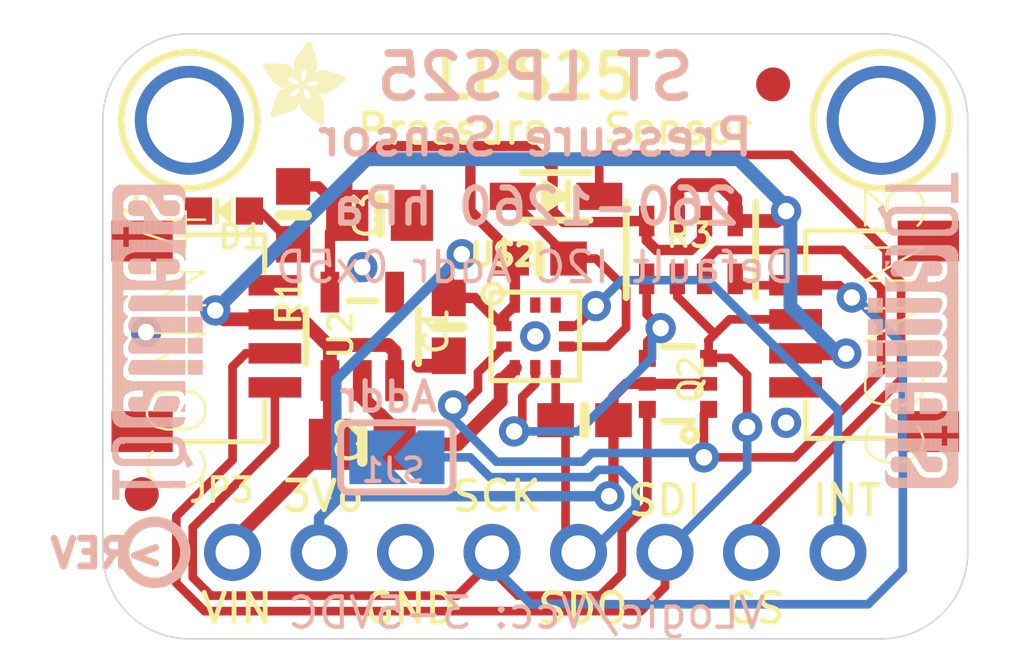
<source format=kicad_pcb>
(kicad_pcb (version 20211014) (generator pcbnew)
  (layers (0 "F.Cu" signal) (31 "B.Cu" signal) (34 "B.Paste" user) (35 "F.Paste" user) (36 "B.SilkS" user "B.Silkscreen") (37 "F.SilkS" user "F.Silkscreen") (38 "B.Mask" user) (39 "F.Mask" user) (44 "Edge.Cuts" user))
  (net 0 "")
  (net 1 "GND")
  (net 2 "3.3V")
  (net 3 "INT")
  (net 4 "VCC")
  (net 5 "N$1")
  (net 6 "SDI_3V")
  (net 7 "SCK_3V")
  (net 8 "CS_3V")
  (net 9 "SDO/ADR")
  (net 10 "SDI/SDA")
  (net 11 "SCK/SCL")
  (net 12 "CS")
  (footprint "boardEagle:CHIPLED_0603_NOOUTLINE" (layer "F.Cu") (at 139.3571 101.3206 90)
    (fp_text reference "D1" (at -0.762 1.27) (layer "F.SilkS") (effects (font (size 0.692831 0.692831) (thickness 0.119969)) (justify right)))
    (fp_text value "GREEN")
    (pad "A" smd rect (at 0 0.75 90) (size 0.8 0.8) (layers "F.Cu" "F.Paste" "F.Mask") (net 5 "N$1"))
    (pad "C" smd rect (at 0 -0.75 90) (size 0.8 0.8) (layers "F.Cu" "F.Paste" "F.Mask") (net 1 "GND"))
  )
  (footprint "boardEagle:0805-NO" (layer "F.Cu") (at 143.4211 108.1786)
    (fp_text reference "C2" (at -0.381 -0.889 90) (layer "F.SilkS") (effects (font (size 0.692831 0.692831) (thickness 0.119969)) (justify right)))
    (fp_text value "10uF")
    (pad "1" smd rect (at -0.95 0) (size 1.24 1.5) (layers "F.Cu" "F.Paste" "F.Mask") (net 4 "VCC"))
    (pad "2" smd rect (at 0.95 0) (size 1.24 1.5) (layers "F.Cu" "F.Paste" "F.Mask") (net 1 "GND"))
  )
  (footprint "boardEagle:FIDUCIAL_1MM" (layer "F.Cu") (at 155.4861 97.5995)
    (fp_text reference "FID4" hide)
    (fp_text value "FIDUCIAL_1MM" hide)
    (pad "1" smd roundrect (at 0 0) (size 1 1) (layers "F.Cu" "F.Mask") (roundrect_rratio 0.5))
  )
  (footprint "boardEagle:0805-NO" (layer "F.Cu") (at 143.9291 101.4476)
    (fp_text reference "C3" (at -0.381 -0.762 90) (layer "F.SilkS") (effects (font (size 0.692831 0.692831) (thickness 0.119969)) (justify right)))
    (fp_text value "10uF")
    (pad "1" smd rect (at -0.95 0) (size 1.24 1.5) (layers "F.Cu" "F.Paste" "F.Mask") (net 2 "3.3V"))
    (pad "2" smd rect (at 0.95 0) (size 1.24 1.5) (layers "F.Cu" "F.Paste" "F.Mask") (net 1 "GND"))
  )
  (footprint "boardEagle:0603-NO" (layer "F.Cu") (at 149.9489 107.4674)
    (fp_text reference "R4" hide)
    (fp_text value "10K")
    (pad "1" smd rect (at -0.85 0) (size 1.075 1) (layers "F.Cu" "F.Paste" "F.Mask") (net 9 "SDO/ADR"))
    (pad "2" smd rect (at 0.85 0) (size 1.075 1) (layers "F.Cu" "F.Paste" "F.Mask") (net 2 "3.3V"))
  )
  (footprint "boardEagle:FIDUCIAL_1MM" (layer "F.Cu") (at 136.9441 109.6391)
    (fp_text reference "FID3" hide)
    (fp_text value "FIDUCIAL_1MM" hide)
    (pad "1" smd roundrect (at 0 0) (size 1 1) (layers "F.Cu" "F.Mask") (roundrect_rratio 0.5))
  )
  (footprint "boardEagle:0603-NO" (layer "F.Cu") (at 148.6281 102.7176 180)
    (fp_text reference "R5" hide)
    (fp_text value "10K")
    (pad "1" smd rect (at -0.85 0 180) (size 1.075 1) (layers "F.Cu" "F.Paste" "F.Mask") (net 8 "CS_3V"))
    (pad "2" smd rect (at 0.85 0 180) (size 1.075 1) (layers "F.Cu" "F.Paste" "F.Mask") (net 2 "3.3V"))
  )
  (footprint "boardEagle:0603-NO" (layer "F.Cu") (at 141.3891 101.4476 -90)
    (fp_text reference "R1" (at 1.778 0.127 90) (layer "F.SilkS") (effects (font (size 0.692831 0.692831) (thickness 0.119969)) (justify right)))
    (fp_text value "10K")
    (pad "1" smd rect (at -0.85 0 270) (size 1.075 1) (layers "F.Cu" "F.Paste" "F.Mask") (net 2 "3.3V"))
    (pad "2" smd rect (at 0.85 0 270) (size 1.075 1) (layers "F.Cu" "F.Paste" "F.Mask") (net 5 "N$1"))
  )
  (footprint "boardEagle:JST_SH4" (layer "F.Cu") (at 158.6611 105.0036 90)
    (fp_text reference "CONN3" (at -4.092 0.45 90) (layer "F.SilkS") (effects (font (size 1.703222 1.703222) (thickness 0.074778)) (justify left)))
    (fp_text value "STEMMA_I2C_QT" hide)
    (pad "1" smd rect (at -1.5 -2.514 180) (size 1.55 0.6) (layers "F.Cu" "F.Paste" "F.Mask") (net 1 "GND"))
    (pad "2" smd rect (at -0.5 -2.514 180) (size 1.55 0.6) (layers "F.Cu" "F.Paste" "F.Mask") (net 4 "VCC"))
    (pad "3" smd rect (at 0.5 -2.514 180) (size 1.55 0.6) (layers "F.Cu" "F.Paste" "F.Mask") (net 10 "SDI/SDA"))
    (pad "4" smd rect (at 1.5 -2.514 180) (size 1.55 0.6) (layers "F.Cu" "F.Paste" "F.Mask") (net 11 "SCK/SCL"))
    (pad "MT1" smd rect (at -2.8 1.386 180) (size 1.8 1.2) (layers "F.Cu" "F.Paste" "F.Mask"))
    (pad "MT2" smd rect (at 2.8 1.386 180) (size 1.8 1.2) (layers "F.Cu" "F.Paste" "F.Mask"))
  )
  (footprint "boardEagle:0603-NO" (layer "F.Cu") (at 145.9611 104.7242 -90)
    (fp_text reference "C1" (at -0.635 0.381 90) (layer "F.SilkS") (effects (font (size 0.692831 0.692831) (thickness 0.119969)) (justify right)))
    (fp_text value "0.1uF")
    (pad "1" smd rect (at -0.85 0 270) (size 1.075 1) (layers "F.Cu" "F.Paste" "F.Mask") (net 2 "3.3V"))
    (pad "2" smd rect (at 0.85 0 270) (size 1.075 1) (layers "F.Cu" "F.Paste" "F.Mask") (net 1 "GND"))
  )
  (footprint "boardEagle:SOD-323" (layer "F.Cu") (at 149.1107 100.8888 180)
    (fp_text reference "D2" hide)
    (fp_text value "1N4148")
    (pad "A" smd rect (at 1.27 0 180) (size 1.35 0.8) (layers "F.Cu" "F.Paste" "F.Mask") (net 8 "CS_3V"))
    (pad "C" smd rect (at -1.27 0 180) (size 1.35 0.8) (layers "F.Cu" "F.Paste" "F.Mask") (net 12 "CS"))
  )
  (footprint "boardEagle:ADAFRUIT_2.5MM" (layer "F.Cu") (at 140.5001 98.7806)
    (fp_text reference "U$4" hide)
    (fp_text value "" hide)
  )
  (footprint "boardEagle:1X08_ROUND" (layer "F.Cu") (at 148.5011 111.3536)
    (fp_text reference "JP3" (at -10.2362 -1.8288) (layer "F.SilkS") (effects (font (size 0.692831 0.692831) (thickness 0.119969)) (justify left)))
    (fp_text value "")
    (pad "1" thru_hole circle (at -8.89 0 90) (size 1.6764 1.6764) (drill 1) (layers *.Cu *.Mask) (net 4 "VCC"))
    (pad "2" thru_hole circle (at -6.35 0 90) (size 1.6764 1.6764) (drill 1) (layers *.Cu *.Mask) (net 2 "3.3V"))
    (pad "3" thru_hole circle (at -3.81 0 90) (size 1.6764 1.6764) (drill 1) (layers *.Cu *.Mask) (net 1 "GND"))
    (pad "4" thru_hole circle (at -1.27 0 90) (size 1.6764 1.6764) (drill 1) (layers *.Cu *.Mask) (net 11 "SCK/SCL"))
    (pad "5" thru_hole circle (at 1.27 0 90) (size 1.6764 1.6764) (drill 1) (layers *.Cu *.Mask) (net 9 "SDO/ADR"))
    (pad "6" thru_hole circle (at 3.81 0 90) (size 1.6764 1.6764) (drill 1) (layers *.Cu *.Mask) (net 10 "SDI/SDA"))
    (pad "7" thru_hole circle (at 6.35 0 90) (size 1.6764 1.6764) (drill 1) (layers *.Cu *.Mask) (net 12 "CS"))
    (pad "8" thru_hole circle (at 8.89 0 90) (size 1.6764 1.6764) (drill 1) (layers *.Cu *.Mask) (net 3 "INT"))
  )
  (footprint "boardEagle:SOT363" (layer "F.Cu") (at 152.6921 106.4006 90)
    (fp_text reference "Q2" (at -0.635 0.381 90) (layer "F.SilkS") (effects (font (size 0.692831 0.692831) (thickness 0.119969)) (justify left)))
    (fp_text value "BSS138")
    (pad "1" smd rect (at -0.75 0.9 90) (size 0.5 0.5) (layers "F.Cu" "F.Paste" "F.Mask") (net 7 "SCK_3V"))
    (pad "2" smd rect (at 0 0.9 90) (size 0.4 0.5) (layers "F.Cu" "F.Paste" "F.Mask") (net 2 "3.3V"))
    (pad "3" smd rect (at 0.75 0.9 90) (size 0.5 0.5) (layers "F.Cu" "F.Paste" "F.Mask") (net 10 "SDI/SDA"))
    (pad "4" smd rect (at 0.75 -0.9 90) (size 0.5 0.5) (layers "F.Cu" "F.Paste" "F.Mask") (net 6 "SDI_3V"))
    (pad "5" smd rect (at 0 -0.9 90) (size 0.4 0.5) (layers "F.Cu" "F.Paste" "F.Mask") (net 2 "3.3V"))
    (pad "6" smd rect (at -0.75 -0.9 90) (size 0.5 0.5) (layers "F.Cu" "F.Paste" "F.Mask") (net 11 "SCK/SCL"))
  )
  (footprint "boardEagle:RESPACK_4X0603" (layer "F.Cu") (at 153.0731 102.4636 180)
    (fp_text reference "R3" (at -0.711 0.432) (layer "F.SilkS") (effects (font (size 0.692831 0.692831) (thickness 0.119969)) (justify right)))
    (fp_text value "10K")
    (pad "1" smd rect (at -1.3 0.85 180) (size 0.45 0.9) (layers "F.Cu" "F.Paste" "F.Mask") (net 4 "VCC"))
    (pad "2" smd rect (at -0.4 0.85 180) (size 0.45 0.9) (layers "F.Cu" "F.Paste" "F.Mask") (net 2 "3.3V"))
    (pad "3" smd rect (at 0.4 0.85 180) (size 0.45 0.9) (layers "F.Cu" "F.Paste" "F.Mask") (net 4 "VCC"))
    (pad "4" smd rect (at 1.3 0.85 180) (size 0.45 0.9) (layers "F.Cu" "F.Paste" "F.Mask") (net 2 "3.3V"))
    (pad "5" smd rect (at 1.3 -0.85 180) (size 0.45 0.9) (layers "F.Cu" "F.Paste" "F.Mask") (net 6 "SDI_3V"))
    (pad "6" smd rect (at 0.4 -0.85 180) (size 0.45 0.9) (layers "F.Cu" "F.Paste" "F.Mask") (net 10 "SDI/SDA"))
    (pad "7" smd rect (at -0.4 -0.85 180) (size 0.45 0.9) (layers "F.Cu" "F.Paste" "F.Mask") (net 7 "SCK_3V"))
    (pad "8" smd rect (at -1.3 -0.85 180) (size 0.45 0.9) (layers "F.Cu" "F.Paste" "F.Mask") (net 11 "SCK/SCL"))
  )
  (footprint "boardEagle:JST_SH4" (layer "F.Cu") (at 138.3411 105.0036 -90)
    (fp_text reference "CONN4" (at -3.965 0.323 90) (layer "F.SilkS") (effects (font (size 1.703222 1.703222) (thickness 0.074778)) (justify right)))
    (fp_text value "STEMMA_I2C_QT" hide)
    (pad "1" smd rect (at -1.5 -2.514) (size 1.55 0.6) (layers "F.Cu" "F.Paste" "F.Mask") (net 1 "GND"))
    (pad "2" smd rect (at -0.5 -2.514) (size 1.55 0.6) (layers "F.Cu" "F.Paste" "F.Mask") (net 4 "VCC"))
    (pad "3" smd rect (at 0.5 -2.514) (size 1.55 0.6) (layers "F.Cu" "F.Paste" "F.Mask") (net 10 "SDI/SDA"))
    (pad "4" smd rect (at 1.5 -2.514) (size 1.55 0.6) (layers "F.Cu" "F.Paste" "F.Mask") (net 11 "SCK/SCL"))
    (pad "MT1" smd rect (at -2.8 1.386) (size 1.8 1.2) (layers "F.Cu" "F.Paste" "F.Mask"))
    (pad "MT2" smd rect (at 2.8 1.386) (size 1.8 1.2) (layers "F.Cu" "F.Paste" "F.Mask"))
  )
  (footprint "boardEagle:HLGA-10L" (layer "F.Cu") (at 148.5011 105.0036)
    (fp_text reference "U$2" (at -2.002132 -2.40255) (layer "F.SilkS") (effects (font (size 0.64455 0.64455) (thickness 0.16825)) (justify left)))
    (fp_text value "LPS2X_LPS25" hide)
    (pad "1" smd rect (at -0.92 -0.3 90) (size 0.3 0.45) (layers "F.Cu" "F.Paste" "F.Mask") (net 2 "3.3V"))
    (pad "2" smd rect (at -0.92 0.3 90) (size 0.3 0.45) (layers "F.Cu" "F.Paste" "F.Mask") (net 7 "SCK_3V"))
    (pad "3" smd rect (at -0.6 0.92 180) (size 0.3 0.45) (layers "F.Cu" "F.Paste" "F.Mask") (net 1 "GND"))
    (pad "4" smd rect (at 0 0.92 180) (size 0.3 0.45) (layers "F.Cu" "F.Paste" "F.Mask") (net 6 "SDI_3V"))
    (pad "5" smd rect (at 0.6 0.92 180) (size 0.3 0.45) (layers "F.Cu" "F.Paste" "F.Mask") (net 9 "SDO/ADR"))
    (pad "6" smd rect (at 0.92 0.3 90) (size 0.3 0.45) (layers "F.Cu" "F.Paste" "F.Mask") (net 8 "CS_3V"))
    (pad "7" smd rect (at 0.92 -0.3 90) (size 0.3 0.45) (layers "F.Cu" "F.Paste" "F.Mask") (net 3 "INT"))
    (pad "8" smd rect (at 0.6 -0.92) (size 0.3 0.45) (layers "F.Cu" "F.Paste" "F.Mask") (net 1 "GND"))
    (pad "9" smd rect (at 0 -0.92) (size 0.3 0.45) (layers "F.Cu" "F.Paste" "F.Mask") (net 1 "GND"))
    (pad "10" smd rect (at -0.6 -0.92) (size 0.3 0.45) (layers "F.Cu" "F.Paste" "F.Mask") (net 2 "3.3V"))
  )
  (footprint "boardEagle:MOUNTINGHOLE_2.5_PLATED" (layer "F.Cu") (at 138.3411 98.6536)
    (fp_text reference "U$1" hide)
    (fp_text value "MOUNTINGHOLE2.5" hide)
    (pad "P$1" thru_hole circle (at 0 0) (size 3.2 3.2) (drill 2.5) (layers *.Cu *.Mask))
  )
  (footprint "boardEagle:SOT23-5" (layer "F.Cu") (at 143.4211 105.0036)
    (fp_text reference "U2" (at -0.635 -0.816 90) (layer "F.SilkS") (effects (font (size 0.692831 0.692831) (thickness 0.119969)) (justify right)))
    (fp_text value "AP2112K-3.3")
    (pad "1" smd rect (at -0.95 1.3001) (size 0.55 1.2) (layers "F.Cu" "F.Paste" "F.Mask") (net 4 "VCC"))
    (pad "2" smd rect (at 0 1.3001) (size 0.55 1.2) (layers "F.Cu" "F.Paste" "F.Mask") (net 1 "GND"))
    (pad "3" smd rect (at 0.95 1.3001) (size 0.55 1.2) (layers "F.Cu" "F.Paste" "F.Mask") (net 4 "VCC"))
    (pad "4" smd rect (at 0.95 -1.3001) (size 0.55 1.2) (layers "F.Cu" "F.Paste" "F.Mask"))
    (pad "5" smd rect (at -0.95 -1.3001) (size 0.55 1.2) (layers "F.Cu" "F.Paste" "F.Mask") (net 2 "3.3V"))
  )
  (footprint "boardEagle:MOUNTINGHOLE_2.5_PLATED" (layer "F.Cu") (at 158.6611 98.6536)
    (fp_text reference "U$17" hide)
    (fp_text value "MOUNTINGHOLE2.5" hide)
    (pad "P$1" thru_hole circle (at 0 0) (size 3.2 3.2) (drill 2.5) (layers *.Cu *.Mask))
  )
  (footprint "boardEagle:PCBFEAT-REV-040" (layer "B.Cu") (at 137.3251 111.3536 180)
    (fp_text reference "U$25" hide)
    (fp_text value "" hide)
    (fp_text user ">REV" (at -0.3556 -0.508) (layer "B.SilkS") (effects (font (size 0.8128 0.8128) (thickness 0.2032)) (justify left bottom mirror)))
  )
  (footprint "boardEagle:STEMMAQT" (layer "B.Cu") (at 158.2801 109.4486 90)
    (fp_text reference "U$30" hide)
    (fp_text value "" hide)
  )
  (footprint "boardEagle:SOLDERJUMPER_ARROW_NOPASTE" (layer "B.Cu") (at 144.4371 108.5596 180)
    (fp_text reference "SJ1" (at -0.889 -0.381) (layer "B.SilkS") (effects (font (size 0.692831 0.692831) (thickness 0.119969)) (justify left mirror)))
    (fp_text value "")
    (fp_poly (pts (xy 0.106121 -0.002663) (xy -0.679416 -0.7882) (xy -1.3946 -0.7882) (xy -1.3946 0.7882) (xy -0.62715 0.7882)) (layer "B.Cu") (width 0) (fill solid))
    (fp_poly (pts (xy 1.3946 -0.7882) (xy -0.315893 -0.7882) (xy 0.443148 0) (xy -0.315893 0.7882) (xy 1.3946 0.7882)) (layer "B.Cu") (width 0) (fill solid))
    (pad "1" smd roundrect (at -1.016 0 180) (size 0.762 1.524) (layers "B.Cu") (net 9 "SDO/ADR"))
    (pad "2" smd roundrect (at 1.016 0 180) (size 0.762 1.524) (layers "B.Cu") (net 1 "GND"))
  )
  (footprint "boardEagle:STEMMAQT" (layer "B.Cu") (at 138.7221 100.5586 -90)
    (fp_text reference "U$31" hide)
    (fp_text value "" hide)
  )
  (gr_arc (start 161.2011 111.3536) (mid 160.457151 113.149651) (end 158.6611 113.8936) (layer "Edge.Cuts") (width 0.05))
  (gr_arc (start 138.3411 113.8936) (mid 136.545049 113.149651) (end 135.8011 111.3536) (layer "Edge.Cuts") (width 0.05))
  (gr_arc (start 135.8011 98.6536) (mid 136.545049 96.857549) (end 138.3411 96.1136) (layer "Edge.Cuts") (width 0.05))
  (gr_arc (start 158.6611 96.1136) (mid 160.457151 96.857549) (end 161.2011 98.6536) (layer "Edge.Cuts") (width 0.05))
  (gr_line (start 161.2011 111.3536) (end 161.2011 98.6536) (layer "Edge.Cuts") (width 0.05))
  (gr_line (start 158.6611 96.1136) (end 138.3411 96.1136) (layer "Edge.Cuts") (width 0.05))
  (gr_line (start 138.3411 113.8936) (end 158.6611 113.8936) (layer "Edge.Cuts") (width 0.05))
  (gr_line (start 135.8011 98.6536) (end 135.8011 111.3536) (layer "Edge.Cuts") (width 0.05))
  (gr_text "Pressure Sensor" (at 148.5011 99.1616) (layer "B.SilkS") (effects (font (size 1.03632 1.03632) (thickness 0.18288)) (justify mirror)))
  (gr_text "ST LPS25" (at 148.5011 97.3836) (layer "B.SilkS") (effects (font (size 1.2954 1.2954) (thickness 0.2286)) (justify mirror)))
  (gr_text "Addr" (at 144.1831 106.7816) (layer "B.SilkS") (effects (font (size 0.8636 0.8636) (thickness 0.1524)) (justify mirror)))
  (gr_text "VLogic/Vcc: 3-5VDC" (at 148.2471 113.1316) (layer "B.SilkS") (effects (font (size 0.89408 0.89408) (thickness 0.12192)) (justify mirror)))
  (gr_text "260-1260 hPa" (at 148.5011 101.1936) (layer "B.SilkS") (effects (font (size 1.03632 1.03632) (thickness 0.18288)) (justify mirror)))
  (gr_text "Default I2C Addr 0x5D" (at 148.5011 102.9716) (layer "B.SilkS") (effects (font (size 0.89408 0.89408) (thickness 0.12192)) (justify mirror)))
  (gr_text "LPS25" (at 148.5011 97.3836) (layer "F.SilkS") (effects (font (size 1.25222 1.25222) (thickness 0.22098))))
  (gr_text "Pressure" (at 146.0881 98.9076) (layer "F.SilkS") (effects (font (size 0.8636 0.8636) (thickness 0.1524))))
  (gr_text "VIN" (at 139.7381 113.0046) (layer "F.SilkS") (effects (font (size 0.87376 0.87376) (thickness 0.14224))))
  (gr_text "SDI" (at 152.3111 109.8296) (layer "F.SilkS") (effects (font (size 0.87376 0.87376) (thickness 0.14224))))
  (gr_text "SCK" (at 147.3581 109.7026) (layer "F.SilkS") (effects (font (size 0.87376 0.87376) (thickness 0.14224))))
  (gr_text "Sensor" (at 152.6921 98.9076) (layer "F.SilkS") (effects (font (size 0.8636 0.8636) (thickness 0.1524))))
  (gr_text "CS" (at 154.9781 113.0046) (layer "F.SilkS") (effects (font (size 0.87376 0.87376) (thickness 0.14224))))
  (gr_text "INT" (at 157.6451 109.8296) (layer "F.SilkS") (effects (font (size 0.87376 0.87376) (thickness 0.14224))))
  (gr_text "on" (at 136.0551 101.4476) (layer "F.SilkS") (effects (font (size 0.89408 0.89408) (thickness 0.12192)) (justify left bottom)))
  (gr_text "GND" (at 144.8181 113.0046) (layer "F.SilkS") (effects (font (size 0.87376 0.87376) (thickness 0.14224))))
  (gr_text "3Vo" (at 142.2781 109.7026) (layer "F.SilkS") (effects (font (size 0.87376 0.87376) (thickness 0.14224))))
  (gr_text "SDO" (at 149.8981 113.0046) (layer "F.SilkS") (effects (font (size 0.87376 0.87376) (thickness 0.14224))))
  (segment (start 143.4211 106.3037) (end 143.4211 106.803438) (width 0.4064) (layer "F.Cu") (net 1))
  (segment (start 144.3711 107.7316) (end 144.3711 108.1786) (width 0.4064) (layer "F.Cu") (net 1))
  (segment (start 143.9496 107.3101) (end 144.3711 107.7316) (width 0.4064) (layer "F.Cu") (net 1))
  (segment (start 143.927762 107.3101) (end 143.9496 107.3101) (width 0.4064) (layer "F.Cu") (net 1))
  (segment (start 146.2151 108.1786) (end 144.3711 108.1786) (width 0.4064) (layer "F.Cu") (net 1))
  (segment (start 147.4851 106.9086) (end 146.2151 108.1786) (width 0.4064) (layer "F.Cu") (net 1))
  (segment (start 145.667862 105.867438) (end 145.0721 105.867438) (width 0.4064) (layer "F.Cu") (net 1))
  (segment (start 143.4211 106.803438) (end 143.927762 107.3101) (width 0.4064) (layer "F.Cu") (net 1))
  (segment (start 145.9611 105.5742) (end 145.667862 105.867438) (width 0.4064) (layer "F.Cu") (net 1))
  (segment (start 147.9011 105.9236) (end 147.5511 106.2736) (width 0.4064) (layer "F.Cu") (net 1))
  (segment (start 147.4851 106.2736) (end 147.4851 106.9086) (width 0.4064) (layer "F.Cu") (net 1))
  (segment (start 147.5511 106.2736) (end 147.4851 106.2736) (width 0.4064) (layer "F.Cu") (net 1))
  (via (at 137.0711 104.8766) (size 0.889) (drill 0.4826) (layers "F.Cu" "B.Cu") (net 1))
  (via (at 143.4211 102.9716) (size 0.889) (drill 0.4826) (layers "F.Cu" "B.Cu") (net 1))
  (via (at 155.8671 107.5436) (size 0.889) (drill 0.4826) (layers "F.Cu" "B.Cu") (net 1))
  (via (at 148.5011 105.0036) (size 0.889) (drill 0.4826) (layers "F.Cu" "B.Cu") (net 1))
  (segment (start 145.9611 102.9716) (end 145.9611 103.8742) (width 0.3048) (layer "F.Cu") (net 2))
  (segment (start 150.7989 109.5765) (end 150.6728 109.7026) (width 0.3048) (layer "F.Cu") (net 2))
  (segment (start 147.9011 102.8446) (end 147.7761 102.7196) (width 0.3048) (layer "F.Cu") (net 2))
  (segment (start 148.3741 99.4156) (end 146.5961 99.4156) (width 0.3048) (layer "F.Cu") (net 2))
  (segment (start 151.1681 106.4006) (end 150.7989 106.7698) (width 0.3048) (layer "F.Cu") (net 2))
  (segment (start 149.3329 101.6444) (end 149.0091 101.3206) (width 0.3048) (layer "F.Cu") (net 2))
  (segment (start 151.233793 101.6136) (end 151.202993 101.6444) (width 0.3048) (layer "F.Cu") (net 2))
  (segment (start 147.5525 104.7036) (end 147.5811 104.7036) (width 0.3048) (layer "F.Cu") (net 2))
  (segment (start 142.4711 101.9556) (end 142.9791 101.4476) (width 0.3048) (layer "F.Cu") (net 2))
  (segment (start 147.9011 104.0836) (end 147.9011 102.8446) (width 0.3048) (layer "F.Cu") (net 2))
  (segment (start 142.1291 100.5976) (end 142.9791 101.4476) (width 0.3048) (layer "F.Cu") (net 2))
  (segment (start 145.9611 102.9716) (end 146.3421 102.5906) (width 0.3048) (layer "F.Cu") (net 2))
  (segment (start 151.202993 101.6444) (end 149.3329 101.6444) (width 0.3048) (layer "F.Cu") (net 2))
  (segment (start 143.9291 99.4156) (end 146.5961 99.4156) (width 0.3048) (layer "F.Cu") (net 2))
  (segment (start 153.0731 102.4636) (end 152.0571 102.4636) (width 0.3048) (layer "F.Cu") (net 2))
  (segment (start 151.7921 106.4006) (end 151.1681 106.4006) (width 0.3048) (layer "F.Cu") (net 2))
  (segment (start 147.7781 102.5026) (end 146.5961 101.3206) (width 0.3048) (layer "F.Cu") (net 2))
  (segment (start 147.7761 102.7196) (end 147.7781 102.7176) (width 0.3048) (layer "F.Cu") (net 2))
  (segment (start 142.9791 100.3656) (end 142.9791 101.4476) (width 0.3048) (layer "F.Cu") (net 2))
  (segment (start 147.5525 104.7036) (end 146.7231 103.8742) (width 0.3048) (layer "F.Cu") (net 2))
  (segment (start 153.4731 101.6136) (end 153.4731 102.0636) (width 0.3048) (layer "F.Cu") (net 2))
  (segment (start 151.7731 101.6136) (end 151.233793 101.6136) (width 0.3048) (layer "F.Cu") (net 2))
  (segment (start 142.9791 100.3656) (end 143.9291 99.4156) (width 0.3048) (layer "F.Cu") (net 2))
  (segment (start 141.3891 100.5976) (end 142.1291 100.5976) (width 0.3048) (layer "F.Cu") (net 2))
  (segment (start 151.7731 102.1796) (end 151.7731 101.6136) (width 0.3048) (layer "F.Cu") (net 2))
  (segment (start 150.7989 106.7698) (end 150.7989 107.4674) (width 0.3048) (layer "F.Cu") (net 2))
  (segment (start 149.0091 100.0506) (end 148.3741 99.4156) (width 0.3048) (layer "F.Cu") (net 2))
  (segment (start 151.7921 106.4006) (end 153.5921 106.4006) (width 0.3048) (layer "F.Cu") (net 2))
  (segment (start 153.4731 102.0636) (end 153.0731 102.4636) (width 0.3048) (layer "F.Cu") (net 2))
  (segment (start 150.7989 107.4674) (end 150.7989 109.5765) (width 0.3048) (layer "F.Cu") (net 2))
  (segment (start 149.0091 101.3206) (end 149.0091 100.0506) (width 0.3048) (layer "F.Cu") (net 2))
  (segment (start 147.5811 104.4036) (end 147.9011 104.0836) (width 0.3048) (layer "F.Cu") (net 2))
  (segment (start 147.5811 104.7036) (end 147.5811 104.4036) (width 0.3048) (layer "F.Cu") (net 2))
  (segment (start 142.4711 103.7035) (end 142.4711 101.9556) (width 0.3048) (layer "F.Cu") (net 2))
  (segment (start 147.7781 102.7176) (end 147.7781 102.5026) (width 0.3048) (layer "F.Cu") (net 2))
  (segment (start 152.0571 102.4636) (end 151.7731 102.1796) (width 0.3048) (layer "F.Cu") (net 2))
  (segment (start 146.5961 99.4156) (end 146.5961 101.3206) (width 0.3048) (layer "F.Cu") (net 2))
  (segment (start 145.9611 103.8742) (end 146.7231 103.8742) (width 0.3048) (layer "F.Cu") (net 2))
  (via (at 146.3421 102.5906) (size 0.889) (drill 0.4826) (layers "F.Cu" "B.Cu") (net 2))
  (via (at 150.6728 109.7026) (size 0.889) (drill 0.4826) (layers "F.Cu" "B.Cu") (net 2))
  (segment (start 142.1511 110.3376) (end 142.1511 111.3536) (width 0.3048) (layer "B.Cu") (net 2))
  (segment (start 142.7861 109.7026) (end 142.1511 110.3376) (width 0.3048) (layer "B.Cu") (net 2))
  (segment (start 146.3421 102.5906) (end 142.6591 106.2736) (width 0.3048) (layer "B.Cu") (net 2))
  (segment (start 142.7861 109.7026) (end 142.6591 109.7026) (width 0.3048) (layer "B.Cu") (net 2))
  (segment (start 150.6728 109.7026) (end 142.7861 109.7026) (width 0.3048) (layer "B.Cu") (net 2))
  (segment (start 142.6591 106.2736) (end 142.6591 109.7026) (width 0.3048) (layer "B.Cu") (net 2))
  (segment (start 149.6901 104.7036) (end 150.2791 104.1146) (width 0.254) (layer "F.Cu") (net 3))
  (segment (start 149.4211 104.7036) (end 149.6901 104.7036) (width 0.254) (layer "F.Cu") (net 3))
  (via (at 150.2791 104.1146) (size 0.889) (drill 0.4826) (layers "F.Cu" "B.Cu") (net 3))
  (segment (start 157.3911 107.1626) (end 157.3911 111.3536) (width 0.254) (layer "B.Cu") (net 3))
  (segment (start 153.5811 103.3526) (end 151.0411 103.3526) (width 0.254) (layer "B.Cu") (net 3))
  (segment (start 151.0411 103.3526) (end 150.2791 104.1146) (width 0.254) (layer "B.Cu") (net 3))
  (segment (start 157.3911 107.1626) (end 153.5811 103.3526) (width 0.254) (layer "B.Cu") (net 3))
  (segment (start 156.1471 105.5036) (end 157.6244 105.5036) (width 0.4064) (layer "F.Cu") (net 4))
  (segment (start 139.6111 111.0386) (end 142.4711 108.1786) (width 0.4064) (layer "F.Cu") (net 4))
  (segment (start 139.3651 104.5036) (end 139.1031 104.2416) (width 0.4064) (layer "F.Cu") (net 4))
  (segment (start 153.9621 100.5586) (end 154.3731 100.9696) (width 0.4064) (layer "F.Cu") (net 4))
  (segment (start 142.4711 105.4456) (end 142.5321 105.3846) (width 0.4064) (layer "F.Cu") (net 4))
  (segment (start 141.6511 104.5036) (end 142.5321 105.3846) (width 0.4064) (layer "F.Cu") (net 4))
  (segment (start 139.6111 111.3536) (end 139.6111 111.0386) (width 0.4064) (layer "F.Cu") (net 4))
  (segment (start 142.4711 106.3037) (end 142.4711 108.1786) (width 0.4064) (layer "F.Cu") (net 4))
  (segment (start 154.3731 100.9696) (end 154.3731 101.6136) (width 0.4064) (layer "F.Cu") (net 4))
  (segment (start 142.4711 106.3037) (end 142.4711 105.4456) (width 0.4064) (layer "F.Cu") (net 4))
  (segment (start 155.5741 101.6136) (end 154.3731 101.6136) (width 0.4064) (layer "F.Cu") (net 4))
  (segment (start 152.6731 101.6136) (end 152.6731 100.7046) (width 0.4064) (layer "F.Cu") (net 4))
  (segment (start 152.6731 100.7046) (end 152.8191 100.5586) (width 0.4064) (layer "F.Cu") (net 4))
  (segment (start 140.8551 104.5036) (end 141.6511 104.5036) (width 0.4064) (layer "F.Cu") (net 4))
  (segment (start 144.3711 105.4456) (end 144.3711 106.3037) (width 0.4064) (layer "F.Cu") (net 4))
  (segment (start 142.6591 105.2576) (end 144.1831 105.2576) (width 0.4064) (layer "F.Cu") (net 4))
  (segment (start 140.8551 104.5036) (end 139.3651 104.5036) (width 0.4064) (layer "F.Cu") (net 4))
  (segment (start 152.8191 100.5586) (end 153.9621 100.5586) (width 0.4064) (layer "F.Cu") (net 4))
  (segment (start 157.6244 105.5036) (end 157.6324 105.5116) (width 0.4064) (layer "F.Cu") (net 4))
  (segment (start 142.5321 105.3846) (end 142.6591 105.2576) (width 0.4064) (layer "F.Cu") (net 4))
  (segment (start 155.8671 101.3206) (end 155.5741 101.6136) (width 0.4064) (layer "F.Cu") (net 4))
  (segment (start 144.1831 105.2576) (end 144.3711 105.4456) (width 0.4064) (layer "F.Cu") (net 4))
  (via (at 155.8671 101.3206) (size 0.889) (drill 0.4826) (layers "F.Cu" "B.Cu") (net 4))
  (via (at 157.6324 105.5116) (size 0.889) (drill 0.4826) (layers "F.Cu" "B.Cu") (net 4))
  (via (at 139.1031 104.2416) (size 0.889) (drill 0.4826) (layers "F.Cu" "B.Cu") (net 4))
  (segment (start 139.1031 104.2416) (end 143.5481 99.7966) (width 0.4064) (layer "B.Cu") (net 4))
  (segment (start 154.4701 99.7966) (end 155.9941 101.3206) (width 0.4064) (layer "B.Cu") (net 4))
  (segment (start 155.9941 101.3206) (end 155.8671 101.3206) (width 0.4064) (layer "B.Cu") (net 4))
  (segment (start 157.6324 105.5116) (end 157.3784 105.5116) (width 0.4064) (layer "B.Cu") (net 4))
  (segment (start 155.9941 104.1273) (end 155.9941 101.3206) (width 0.4064) (layer "B.Cu") (net 4))
  (segment (start 143.5481 99.7966) (end 154.4701 99.7966) (width 0.4064) (layer "B.Cu") (net 4))
  (segment (start 157.3784 105.5116) (end 155.9941 104.1273) (width 0.4064) (layer "B.Cu") (net 4))
  (segment (start 140.4121 101.3206) (end 141.3891 102.2976) (width 0.254) (layer "F.Cu") (net 5))
  (segment (start 140.1071 101.3206) (end 140.4121 101.3206) (width 0.254) (layer "F.Cu") (net 5))
  (segment (start 148.5011 106.4006) (end 148.1201 106.7816) (width 0.254) (layer "F.Cu") (net 6))
  (segment (start 147.8788 107.7976) (end 148.1201 107.5563) (width 0.254) (layer "F.Cu") (net 6))
  (segment (start 151.7921 105.6506) (end 151.7921 105.1543) (width 0.254) (layer "F.Cu") (net 6))
  (segment (start 148.1201 106.7816) (end 148.1201 107.5563) (width 0.254) (layer "F.Cu") (net 6))
  (segment (start 152.1841 104.7623) (end 151.7731 104.3513) (width 0.254) (layer "F.Cu") (net 6))
  (segment (start 148.5011 105.9236) (end 148.5011 106.4006) (width 0.254) (layer "F.Cu") (net 6))
  (segment (start 151.7921 105.1543) (end 152.1841 104.7623) (width 0.254) (layer "F.Cu") (net 6))
  (segment (start 151.7731 104.3513) (end 151.7731 103.3136) (width 0.254) (layer "F.Cu") (net 6))
  (via (at 152.1841 104.7623) (size 0.889) (drill 0.4826) (layers "F.Cu" "B.Cu") (net 6))
  (via (at 147.8788 107.7976) (size 0.889) (drill 0.4826) (layers "F.Cu" "B.Cu") (net 6))
  (segment (start 151.9301 105.6386) (end 151.9301 105.0163) (width 0.254) (layer "B.Cu") (net 6))
  (segment (start 151.9301 105.0163) (end 152.1841 104.7623) (width 0.254) (layer "B.Cu") (net 6))
  (segment (start 149.7711 107.7976) (end 151.9301 105.6386) (width 0.254) (layer "B.Cu") (net 6))
  (segment (start 147.8788 107.7976) (end 149.7711 107.7976) (width 0.254) (layer "B.Cu") (net 6))
  (segment (start 146.8191 106.5736) (end 146.3571 107.0356) (width 0.254) (layer "F.Cu") (net 7))
  (segment (start 157.5181 102.4636) (end 158.6611 103.6066) (width 0.254) (layer "F.Cu") (net 7))
  (segment (start 146.8191 106.0656) (end 146.8191 106.5736) (width 0.254) (layer "F.Cu") (net 7))
  (segment (start 153.4731 102.8256) (end 153.8351 102.4636) (width 0.254) (layer "F.Cu") (net 7))
  (segment (start 156.1211 108.5596) (end 153.4541 108.5596) (width 0.254) (layer "F.Cu") (net 7))
  (segment (start 153.4541 108.5596) (end 153.4541 107.2886) (width 0.254) (layer "F.Cu") (net 7))
  (segment (start 153.4541 107.2886) (end 153.5921 107.1506) (width 0.254) (layer "F.Cu") (net 7))
  (segment (start 158.6611 106.0196) (end 156.1211 108.5596) (width 0.254) (layer "F.Cu") (net 7))
  (segment (start 153.4731 103.3136) (end 153.4731 102.8256) (width 0.254) (layer "F.Cu") (net 7))
  (segment (start 158.6611 103.6066) (end 158.6611 106.0196) (width 0.254) (layer "F.Cu") (net 7))
  (segment (start 147.5811 105.3036) (end 146.8191 106.0656) (width 0.254) (layer "F.Cu") (net 7))
  (segment (start 153.8351 102.4636) (end 157.5181 102.4636) (width 0.254) (layer "F.Cu") (net 7))
  (segment (start 146.0881 107.0356) (end 146.3571 107.0356) (width 0.254) (layer "F.Cu") (net 7))
  (via (at 153.4541 108.5596) (size 0.889) (drill 0.4826) (layers "F.Cu" "B.Cu") (net 7))
  (via (at 146.0881 107.0356) (size 0.889) (drill 0.4826) (layers "F.Cu" "B.Cu") (net 7))
  (segment (start 149.8981 108.6866) (end 150.1521 108.4326) (width 0.254) (layer "B.Cu") (net 7))
  (segment (start 147.3581 108.6866) (end 149.8981 108.6866) (width 0.254) (layer "B.Cu") (net 7))
  (segment (start 146.0881 107.0356) (end 146.0881 107.4166) (width 0.254) (layer "B.Cu") (net 7))
  (segment (start 150.1521 108.4326) (end 153.3271 108.4326) (width 0.254) (layer "B.Cu") (net 7))
  (segment (start 146.0881 107.4166) (end 147.3581 108.6866) (width 0.254) (layer "B.Cu") (net 7))
  (segment (start 153.3271 108.4326) (end 153.4541 108.5596) (width 0.254) (layer "B.Cu") (net 7))
  (segment (start 151.1681 103.6066) (end 150.2791 102.7176) (width 0.254) (layer "F.Cu") (net 8))
  (segment (start 149.4781 102.6786) (end 147.8407 101.0412) (width 0.254) (layer "F.Cu") (net 8))
  (segment (start 150.2791 102.7176) (end 149.4781 102.7176) (width 0.254) (layer "F.Cu") (net 8))
  (segment (start 150.6141 105.3036) (end 151.1681 104.7496) (width 0.254) (layer "F.Cu") (net 8))
  (segment (start 149.4211 105.3036) (end 150.6141 105.3036) (width 0.254) (layer "F.Cu") (net 8))
  (segment (start 151.1681 104.7496) (end 151.1681 103.6066) (width 0.254) (layer "F.Cu") (net 8))
  (segment (start 147.8407 100.8888) (end 147.8407 101.0412) (width 0.254) (layer "F.Cu") (net 8))
  (segment (start 149.4781 102.7176) (end 149.4781 102.6786) (width 0.254) (layer "F.Cu") (net 8))
  (segment (start 149.7711 111.3536) (end 149.3901 110.9726) (width 0.254) (layer "F.Cu") (net 9))
  (segment (start 149.1011 105.9236) (end 149.1011 107.4652) (width 0.254) (layer "F.Cu") (net 9))
  (segment (start 149.3901 107.7542) (end 149.1011 107.4652) (width 0.254) (layer "F.Cu") (net 9))
  (segment (start 149.3901 110.9726) (end 149.3901 107.7542) (width 0.254) (layer "F.Cu") (net 9))
  (segment (start 149.1011 107.4652) (end 149.0989 107.4674) (width 0.254) (layer "F.Cu") (net 9))
  (segment (start 147.168718 109.1438) (end 150.136006 109.1438) (width 0.254) (layer "B.Cu") (net 9))
  (segment (start 150.993693 108.9279) (end 151.4475 109.381707) (width 0.254) (layer "B.Cu") (net 9))
  (segment (start 150.136006 109.1438) (end 150.351906 108.9279) (width 0.254) (layer "B.Cu") (net 9))
  (segment (start 150.351906 108.9279) (end 150.993693 108.9279) (width 0.254) (layer "B.Cu") (net 9))
  (segment (start 146.584518 108.5596) (end 147.168718 109.1438) (width 0.254) (layer "B.Cu") (net 9))
  (segment (start 145.4531 108.5596) (end 146.584518 108.5596) (width 0.254) (layer "B.Cu") (net 9))
  (segment (start 151.4475 110.023494) (end 150.117393 111.3536) (width 0.254) (layer "B.Cu") (net 9))
  (segment (start 151.4475 109.381707) (end 151.4475 110.023494) (width 0.254) (layer "B.Cu") (net 9))
  (segment (start 150.117393 111.3536) (end 149.7711 111.3536) (width 0.254) (layer "B.Cu") (net 9))
  (segment (start 152.6731 103.8416) (end 153.7716 104.9401) (width 0.254) (layer "F.Cu") (net 10))
  (segment (start 139.6111 108.63626) (end 137.9601 110.28726) (width 0.254) (layer "F.Cu") (net 10))
  (segment (start 153.5921 105.1416) (end 153.5921 105.6386) (width 0.254) (layer "F.Cu") (net 10))
  (segment (start 139.6111 105.8926) (end 139.6111 108.63626) (width 0.254) (layer "F.Cu") (net 10))
  (segment (start 154.7241 107.6706) (end 154.7241 106.1466) (width 0.254) (layer "F.Cu") (net 10))
  (segment (start 152.3111 112.3696) (end 152.3111 111.3536) (width 0.254) (layer "F.Cu") (net 10))
  (segment (start 154.2081 104.5036) (end 153.7716 104.9401) (width 0.254) (layer "F.Cu") (net 10))
  (segment (start 153.5921 105.6386) (end 153.5921 105.6506) (width 0.254) (layer "F.Cu") (net 10))
  (segment (start 151.5999 113.0808) (end 152.3111 112.3696) (width 0.254) (layer "F.Cu") (net 10))
  (segment (start 156.1471 104.5036) (end 154.2081 104.5036) (width 0.254) (layer "F.Cu") (net 10))
  (segment (start 152.6731 103.3136) (end 152.6731 103.8416) (width 0.254) (layer "F.Cu") (net 10))
  (segment (start 140.0001 105.5036) (end 139.6111 105.8926) (width 0.254) (layer "F.Cu") (net 10))
  (segment (start 137.9601 112.254182) (end 138.786718 113.0808) (width 0.254) (layer "F.Cu") (net 10))
  (segment (start 153.5811 105.1306) (end 153.5921 105.1416) (width 0.254) (layer "F.Cu") (net 10))
  (segment (start 153.7716 104.9401) (end 153.5811 105.1306) (width 0.254) (layer "F.Cu") (net 10))
  (segment (start 140.8551 105.5036) (end 140.0001 105.5036) (width 0.254) (layer "F.Cu") (net 10))
  (segment (start 137.9601 110.28726) (end 137.9601 112.254182) (width 0.254) (layer "F.Cu") (net 10))
  (segment (start 154.2161 105.6386) (end 153.5921 105.6386) (width 0.254) (layer "F.Cu") (net 10))
  (segment (start 154.7241 106.1466) (end 154.2161 105.6386) (width 0.254) (layer "F.Cu") (net 10))
  (segment (start 138.786718 113.0808) (end 151.5999 113.0808) (width 0.254) (layer "F.Cu") (net 10))
  (via (at 154.7241 107.6706) (size 0.889) (drill 0.4826) (layers "F.Cu" "B.Cu") (net 10))
  (segment (start 154.7241 108.9406) (end 154.7241 107.6706) (width 0.254) (layer "B.Cu") (net 10))
  (segment (start 152.3111 111.3536) (end 154.7241 108.9406) (width 0.254) (layer "B.Cu") (net 10))
  (segment (start 156.1471 103.5036) (end 157.4405 103.5036) (width 0.254) (layer "F.Cu") (net 11))
  (segment (start 147.9931 112.6236) (end 147.2311 111.8616) (width 0.254) (layer "F.Cu") (net 11))
  (segment (start 138.4427 110.617) (end 138.4427 112.0902) (width 0.254) (layer "F.Cu") (net 11))
  (segment (start 146.2151 112.6236) (end 147.2311 111.6076) (width 0.254) (layer "F.Cu") (net 11))
  (segment (start 147.2311 111.6076) (end 147.2311 111.3536) (width 0.254) (layer "F.Cu") (net 11))
  (segment (start 147.2311 111.8616) (end 147.2311 111.6076) (width 0.254) (layer "F.Cu") (net 11))
  (segment (start 151.7921 107.1506) (end 151.7921 109.9676) (width 0.254) (layer "F.Cu") (net 11))
  (segment (start 151.7921 109.9676) (end 151.0411 110.7186) (width 0.254) (layer "F.Cu") (net 11))
  (segment (start 156.1471 103.5036) (end 154.5631 103.5036) (width 0.254) (layer "F.Cu") (net 11))
  (segment (start 154.5631 103.5036) (end 154.3731 103.3136) (width 0.254) (layer "F.Cu") (net 11))
  (segment (start 151.0411 110.7186) (end 151.0411 111.9886) (width 0.254) (layer "F.Cu") (net 11))
  (segment (start 140.8551 106.5036) (end 140.8551 108.2046) (width 0.254) (layer "F.Cu") (net 11))
  (segment (start 138.9761 112.6236) (end 146.2151 112.6236) (width 0.254) (layer "F.Cu") (net 11))
  (segment (start 151.0411 111.9886) (end 150.4061 112.6236) (width 0.254) (layer "F.Cu") (net 11))
  (segment (start 140.8551 108.2046) (end 138.4427 110.617) (width 0.254) (layer "F.Cu") (net 11))
  (segment (start 138.4427 112.0902) (end 138.9761 112.6236) (width 0.254) (layer "F.Cu") (net 11))
  (segment (start 157.4405 103.5036) (end 157.7975 103.8606) (width 0.254) (layer "F.Cu") (net 11))
  (segment (start 150.4061 112.6236) (end 147.9931 112.6236) (width 0.254) (layer "F.Cu") (net 11))
  (via (at 157.7975 103.8606) (size 0.889) (drill 0.4826) (layers "F.Cu" "B.Cu") (net 11))
  (segment (start 147.2311 111.7346) (end 147.2311 111.3536) (width 0.254) (layer "B.Cu") (net 11))
  (segment (start 159.2961 111.8616) (end 159.2961 105.2576) (width 0.254) (layer "B.Cu") (net 11))
  (segment (start 157.8483 103.8098) (end 157.7975 103.8606) (width 0.254) (layer "B.Cu") (net 11))
  (segment (start 158.2801 112.8776) (end 148.3741 112.8776) (width 0.254) (layer "B.Cu") (net 11))
  (segment (start 158.2801 112.8776) (end 159.2961 111.8616) (width 0.254) (layer "B.Cu") (net 11))
  (segment (start 148.3741 112.8776) (end 147.2311 111.7346) (width 0.254) (layer "B.Cu") (net 11))
  (segment (start 159.2961 105.2576) (end 157.8483 103.8098) (width 0.254) (layer "B.Cu") (net 11))
  (segment (start 150.3807 100.8888) (end 150.3807 99.695) (width 0.254) (layer "F.Cu") (net 12))
  (segment (start 154.8511 110.6678) (end 154.8511 111.3536) (width 0.254) (layer "F.Cu") (net 12))
  (segment (start 159.2453 103.417219) (end 159.2453 106.2736) (width 0.254) (layer "F.Cu") (net 12))
  (segment (start 158.8169 102.4924) (end 158.8169 102.988819) (width 0.254) (layer "F.Cu") (net 12))
  (segment (start 150.3807 99.695) (end 150.4061 99.6696) (width 0.254) (layer "F.Cu") (net 12))
  (segment (start 158.8169 102.988819) (end 159.2453 103.417219) (width 0.254) (layer "F.Cu") (net 12))
  (segment (start 150.4061 99.6696) (end 155.9941 99.6696) (width 0.254) (layer "F.Cu") (net 12))
  (segment (start 155.9941 99.6696) (end 158.8169 102.4924) (width 0.254) (layer "F.Cu") (net 12))
  (segment (start 159.2453 106.2736) (end 154.8511 110.6678) (width 0.254) (layer "F.Cu") (net 12))
)
</source>
